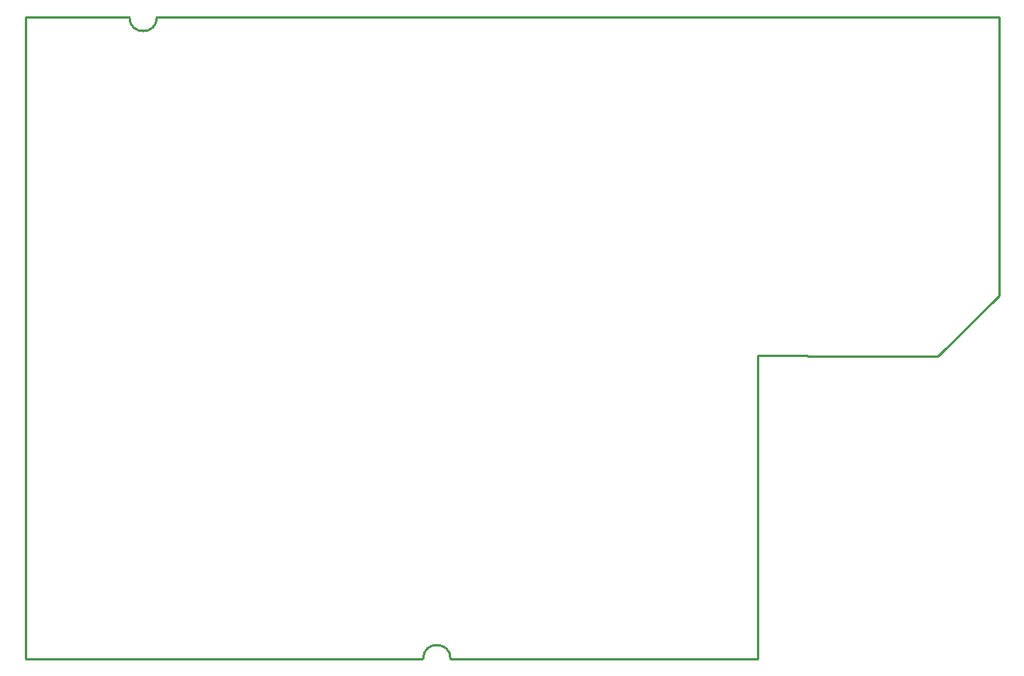
<source format=gko>
G04 Layer: BoardOutlineLayer*
G04 EasyEDA v6.5.46, 2024-09-04 15:22:54*
G04 7e3de0c28ba0407f9a50c99fc0ac79d7,79071ce94af74c669a867ceed4e6d4b3,10*
G04 Gerber Generator version 0.2*
G04 Scale: 100 percent, Rotated: No, Reflected: No *
G04 Dimensions in millimeters *
G04 leading zeros omitted , absolute positions ,4 integer and 5 decimal *
%FSLAX45Y45*%
%MOMM*%

%ADD10C,0.2540*%
D10*
X1628058Y7000001D02*
G01*
X1320800Y7000001D01*
X12522Y6999988D02*
G01*
X1012520Y6999988D01*
X10000000Y7000001D02*
G01*
X1778058Y7000001D01*
X10500106Y3964431D02*
G01*
X10500106Y5932170D01*
X10500106Y6999986D01*
X8966200Y3302000D02*
G01*
X7874000Y3305144D01*
X7874000Y1315775D01*
X-114300Y0D02*
G01*
X-114480Y6999988D01*
X9829800Y3302000D02*
G01*
X9840818Y3305144D01*
X10500106Y3964431D01*
X9829800Y3302000D02*
G01*
X9265356Y3302000D01*
X8966200Y3302000D02*
G01*
X9268599Y3302000D01*
X7874000Y0D02*
G01*
X4521200Y0D01*
X0Y0D02*
G01*
X4216400Y0D01*
X7874000Y1315775D02*
G01*
X7874000Y0D01*
X0Y0D02*
G01*
X-114300Y0D01*
X12522Y6999988D02*
G01*
X-114480Y6999988D01*
X10000000Y7000001D02*
G01*
X10499999Y7000001D01*
X1778058Y7000001D02*
G01*
X1628058Y7000001D01*
G75*
G01*
X1018400Y6996504D02*
G03*
X1318400Y6996493I150000J-5D01*
G75*
G01*
X4521200Y0D02*
G03*
X4221201Y48I-150000J24D01*

%LPD*%
M02*

</source>
